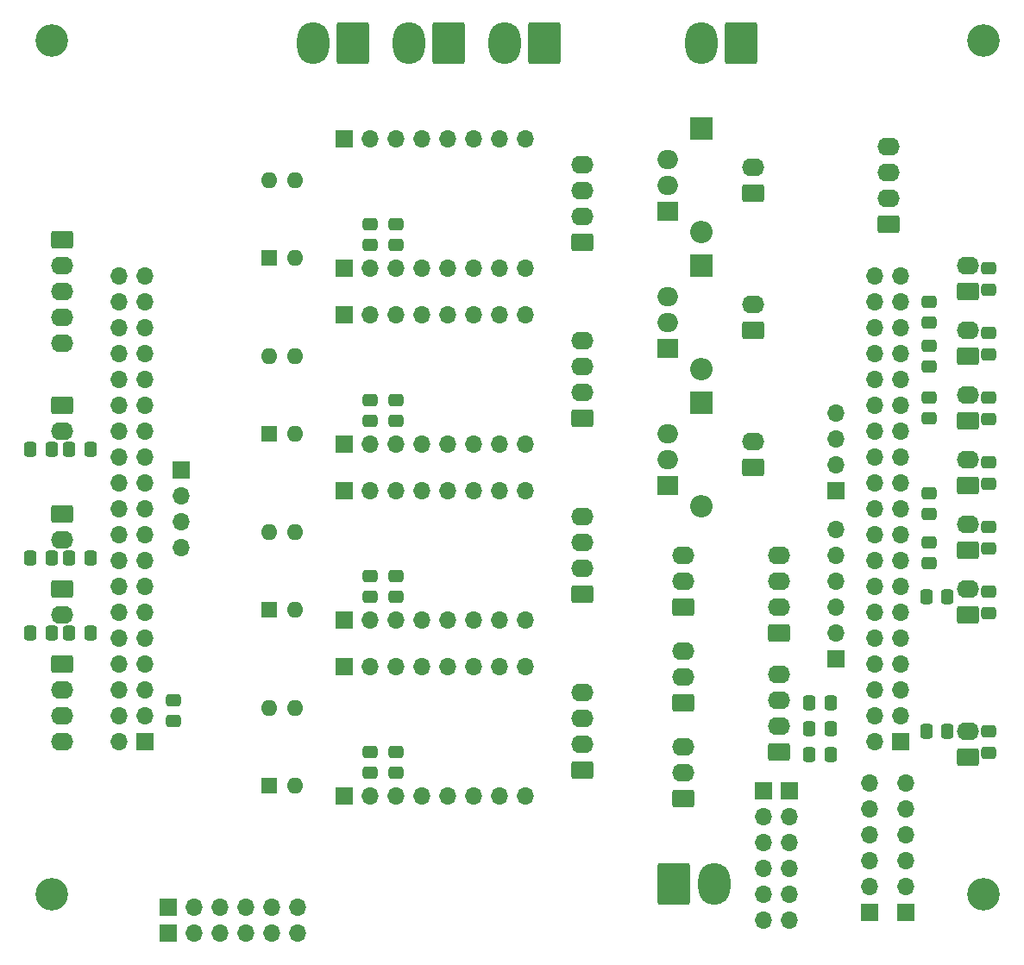
<source format=gbr>
%TF.GenerationSoftware,KiCad,Pcbnew,6.0.4-6f826c9f35~116~ubuntu21.10.1*%
%TF.CreationDate,2022-04-20T19:24:38+02:00*%
%TF.ProjectId,Interco_nucleo_4couches,496e7465-7263-46f5-9f6e-75636c656f5f,rev?*%
%TF.SameCoordinates,Original*%
%TF.FileFunction,Soldermask,Bot*%
%TF.FilePolarity,Negative*%
%FSLAX46Y46*%
G04 Gerber Fmt 4.6, Leading zero omitted, Abs format (unit mm)*
G04 Created by KiCad (PCBNEW 6.0.4-6f826c9f35~116~ubuntu21.10.1) date 2022-04-20 19:24:38*
%MOMM*%
%LPD*%
G01*
G04 APERTURE LIST*
G04 Aperture macros list*
%AMRoundRect*
0 Rectangle with rounded corners*
0 $1 Rounding radius*
0 $2 $3 $4 $5 $6 $7 $8 $9 X,Y pos of 4 corners*
0 Add a 4 corners polygon primitive as box body*
4,1,4,$2,$3,$4,$5,$6,$7,$8,$9,$2,$3,0*
0 Add four circle primitives for the rounded corners*
1,1,$1+$1,$2,$3*
1,1,$1+$1,$4,$5*
1,1,$1+$1,$6,$7*
1,1,$1+$1,$8,$9*
0 Add four rect primitives between the rounded corners*
20,1,$1+$1,$2,$3,$4,$5,0*
20,1,$1+$1,$4,$5,$6,$7,0*
20,1,$1+$1,$6,$7,$8,$9,0*
20,1,$1+$1,$8,$9,$2,$3,0*%
G04 Aperture macros list end*
%ADD10O,1.700000X1.700000*%
%ADD11R,1.700000X1.700000*%
%ADD12RoundRect,0.250000X0.845000X-0.620000X0.845000X0.620000X-0.845000X0.620000X-0.845000X-0.620000X0*%
%ADD13O,2.190000X1.740000*%
%ADD14RoundRect,0.250000X-0.845000X0.620000X-0.845000X-0.620000X0.845000X-0.620000X0.845000X0.620000X0*%
%ADD15RoundRect,0.250000X-1.330000X-1.800000X1.330000X-1.800000X1.330000X1.800000X-1.330000X1.800000X0*%
%ADD16O,3.160000X4.100000*%
%ADD17R,2.200000X2.200000*%
%ADD18O,2.200000X2.200000*%
%ADD19R,1.600000X1.600000*%
%ADD20O,1.600000X1.600000*%
%ADD21C,3.200000*%
%ADD22RoundRect,0.250000X1.330000X1.800000X-1.330000X1.800000X-1.330000X-1.800000X1.330000X-1.800000X0*%
%ADD23R,2.000000X1.905000*%
%ADD24O,2.000000X1.905000*%
%ADD25RoundRect,0.250000X-0.337500X-0.475000X0.337500X-0.475000X0.337500X0.475000X-0.337500X0.475000X0*%
%ADD26RoundRect,0.250000X0.475000X-0.337500X0.475000X0.337500X-0.475000X0.337500X-0.475000X-0.337500X0*%
%ADD27RoundRect,0.250000X0.337500X0.475000X-0.337500X0.475000X-0.337500X-0.475000X0.337500X-0.475000X0*%
G04 APERTURE END LIST*
D10*
%TO.C,J54*%
X61976000Y-131826000D03*
X59436000Y-131826000D03*
X56896000Y-131826000D03*
X54356000Y-131826000D03*
X51816000Y-131826000D03*
D11*
X49276000Y-131826000D03*
%TD*%
D10*
%TO.C,J53*%
X61976000Y-129286000D03*
X59436000Y-129286000D03*
X56896000Y-129286000D03*
X54356000Y-129286000D03*
X51816000Y-129286000D03*
D11*
X49276000Y-129286000D03*
%TD*%
%TO.C,J28*%
X121666000Y-129794000D03*
D10*
X121666000Y-127254000D03*
X121666000Y-124714000D03*
X121666000Y-122174000D03*
X121666000Y-119634000D03*
X121666000Y-117094000D03*
%TD*%
D11*
%TO.C,U12*%
X66548000Y-83820000D03*
D10*
X69088000Y-83820000D03*
X71628000Y-83820000D03*
X74168000Y-83820000D03*
X76708000Y-83820000D03*
X79248000Y-83820000D03*
X81788000Y-83820000D03*
X84328000Y-83820000D03*
X84328000Y-71120000D03*
X81788000Y-71120000D03*
X79248000Y-71120000D03*
X76708000Y-71120000D03*
X74168000Y-71120000D03*
X71628000Y-71120000D03*
X69088000Y-71120000D03*
D11*
X66548000Y-71120000D03*
%TD*%
D12*
%TO.C,J34*%
X127762000Y-94234000D03*
D13*
X127762000Y-91694000D03*
%TD*%
D14*
%TO.C,J41*%
X38862000Y-90678000D03*
D13*
X38862000Y-93218000D03*
%TD*%
D15*
%TO.C,J52*%
X98910000Y-127000000D03*
D16*
X102870000Y-127000000D03*
%TD*%
D17*
%TO.C,D22*%
X101600000Y-52832000D03*
D18*
X101600000Y-62992000D03*
%TD*%
D12*
%TO.C,J12*%
X89916000Y-81280000D03*
D13*
X89916000Y-78740000D03*
X89916000Y-76200000D03*
X89916000Y-73660000D03*
%TD*%
D19*
%TO.C,SW20*%
X59182000Y-65532000D03*
D20*
X61722000Y-65532000D03*
X61722000Y-57912000D03*
X59182000Y-57912000D03*
%TD*%
D17*
%TO.C,D20*%
X101600000Y-66294000D03*
D18*
X101600000Y-76454000D03*
%TD*%
D12*
%TO.C,J24*%
X106680000Y-86106000D03*
D13*
X106680000Y-83566000D03*
%TD*%
D21*
%TO.C,H2*%
X37846000Y-44196000D03*
%TD*%
D14*
%TO.C,J43*%
X38862000Y-98044000D03*
D13*
X38862000Y-100584000D03*
%TD*%
D21*
%TO.C,H0*%
X129286000Y-128016000D03*
%TD*%
D11*
%TO.C,J29*%
X118110000Y-129794000D03*
D10*
X118110000Y-127254000D03*
X118110000Y-124714000D03*
X118110000Y-122174000D03*
X118110000Y-119634000D03*
X118110000Y-117094000D03*
%TD*%
D22*
%TO.C,J500*%
X76858000Y-44450000D03*
D16*
X72898000Y-44450000D03*
%TD*%
D23*
%TO.C,Q21*%
X98298000Y-87884000D03*
D24*
X98298000Y-85344000D03*
X98298000Y-82804000D03*
%TD*%
D12*
%TO.C,J22*%
X99822000Y-118618000D03*
D13*
X99822000Y-116078000D03*
X99822000Y-113538000D03*
%TD*%
D12*
%TO.C,J21*%
X99822000Y-109220000D03*
D13*
X99822000Y-106680000D03*
X99822000Y-104140000D03*
%TD*%
D11*
%TO.C,U20*%
X66548000Y-66548000D03*
D10*
X69088000Y-66548000D03*
X71628000Y-66548000D03*
X74168000Y-66548000D03*
X76708000Y-66548000D03*
X79248000Y-66548000D03*
X81788000Y-66548000D03*
X84328000Y-66548000D03*
X84328000Y-53848000D03*
X81788000Y-53848000D03*
X79248000Y-53848000D03*
X76708000Y-53848000D03*
X74168000Y-53848000D03*
X71628000Y-53848000D03*
X69088000Y-53848000D03*
D11*
X66548000Y-53848000D03*
%TD*%
D12*
%TO.C,J36*%
X120015000Y-62230000D03*
D13*
X120015000Y-59690000D03*
X120015000Y-57150000D03*
X120015000Y-54610000D03*
%TD*%
D14*
%TO.C,J26*%
X38862000Y-63754000D03*
D13*
X38862000Y-66294000D03*
X38862000Y-68834000D03*
X38862000Y-71374000D03*
X38862000Y-73914000D03*
%TD*%
D12*
%TO.C,J25*%
X106680000Y-59182000D03*
D13*
X106680000Y-56642000D03*
%TD*%
D11*
%TO.C,J03*%
X50546000Y-86360000D03*
D10*
X50546000Y-88900000D03*
X50546000Y-91440000D03*
X50546000Y-93980000D03*
%TD*%
D21*
%TO.C,H1*%
X129286000Y-44196000D03*
%TD*%
%TO.C,H3*%
X37846000Y-128016000D03*
%TD*%
D12*
%TO.C,J11*%
X89916000Y-98552000D03*
D13*
X89916000Y-96012000D03*
X89916000Y-93472000D03*
X89916000Y-90932000D03*
%TD*%
D19*
%TO.C,SW12*%
X59182000Y-82804000D03*
D20*
X61722000Y-82804000D03*
X61722000Y-75184000D03*
X59182000Y-75184000D03*
%TD*%
D12*
%TO.C,J23*%
X106680000Y-72644000D03*
D13*
X106680000Y-70104000D03*
%TD*%
D19*
%TO.C,SW10*%
X59182000Y-117348000D03*
D20*
X61722000Y-117348000D03*
X61722000Y-109728000D03*
X59182000Y-109728000D03*
%TD*%
D14*
%TO.C,J40*%
X38862000Y-80010000D03*
D13*
X38862000Y-82550000D03*
%TD*%
D22*
%TO.C,J502*%
X67460000Y-44450000D03*
D16*
X63500000Y-44450000D03*
%TD*%
D12*
%TO.C,J32*%
X127762000Y-81534000D03*
D13*
X127762000Y-78994000D03*
%TD*%
D12*
%TO.C,J33*%
X127762000Y-87884000D03*
D13*
X127762000Y-85344000D03*
%TD*%
D12*
%TO.C,J42*%
X127762000Y-114554000D03*
D13*
X127762000Y-112014000D03*
%TD*%
D11*
%TO.C,J60*%
X107696000Y-117856000D03*
D10*
X107696000Y-120396000D03*
X107696000Y-122936000D03*
X107696000Y-125476000D03*
X107696000Y-128016000D03*
X107696000Y-130556000D03*
%TD*%
D22*
%TO.C,J51*%
X105560000Y-44450000D03*
D16*
X101600000Y-44450000D03*
%TD*%
D22*
%TO.C,J501*%
X86256000Y-44450000D03*
D16*
X82296000Y-44450000D03*
%TD*%
D11*
%TO.C,J39*%
X114808000Y-104902000D03*
D10*
X114808000Y-102362000D03*
X114808000Y-99822000D03*
X114808000Y-97282000D03*
X114808000Y-94742000D03*
X114808000Y-92202000D03*
%TD*%
D17*
%TO.C,D21*%
X101600000Y-79756000D03*
D18*
X101600000Y-89916000D03*
%TD*%
D11*
%TO.C,J04*%
X114808000Y-88392000D03*
D10*
X114808000Y-85852000D03*
X114808000Y-83312000D03*
X114808000Y-80772000D03*
%TD*%
D12*
%TO.C,D40*%
X109220000Y-114046000D03*
D13*
X109220000Y-111506000D03*
X109220000Y-108966000D03*
X109220000Y-106426000D03*
%TD*%
D11*
%TO.C,U11*%
X66548000Y-101092000D03*
D10*
X69088000Y-101092000D03*
X71628000Y-101092000D03*
X74168000Y-101092000D03*
X76708000Y-101092000D03*
X79248000Y-101092000D03*
X81788000Y-101092000D03*
X84328000Y-101092000D03*
X84328000Y-88392000D03*
X81788000Y-88392000D03*
X79248000Y-88392000D03*
X76708000Y-88392000D03*
X74168000Y-88392000D03*
X71628000Y-88392000D03*
X69088000Y-88392000D03*
D11*
X66548000Y-88392000D03*
%TD*%
D14*
%TO.C,J38*%
X38862000Y-105410000D03*
D13*
X38862000Y-107950000D03*
X38862000Y-110490000D03*
X38862000Y-113030000D03*
%TD*%
D12*
%TO.C,J31*%
X127762000Y-75184000D03*
D13*
X127762000Y-72644000D03*
%TD*%
D12*
%TO.C,J20*%
X99822000Y-99822000D03*
D13*
X99822000Y-97282000D03*
X99822000Y-94742000D03*
%TD*%
D12*
%TO.C,J30*%
X127762000Y-68834000D03*
D13*
X127762000Y-66294000D03*
%TD*%
D12*
%TO.C,J35*%
X127762000Y-100584000D03*
D13*
X127762000Y-98044000D03*
%TD*%
D12*
%TO.C,J27*%
X89916000Y-64008000D03*
D13*
X89916000Y-61468000D03*
X89916000Y-58928000D03*
X89916000Y-56388000D03*
%TD*%
D23*
%TO.C,Q20*%
X98298000Y-74422000D03*
D24*
X98298000Y-71882000D03*
X98298000Y-69342000D03*
%TD*%
D12*
%TO.C,J37*%
X109220000Y-102362000D03*
D13*
X109220000Y-99822000D03*
X109220000Y-97282000D03*
X109220000Y-94742000D03*
%TD*%
D19*
%TO.C,SW11*%
X59182000Y-100076000D03*
D20*
X61722000Y-100076000D03*
X61722000Y-92456000D03*
X59182000Y-92456000D03*
%TD*%
D11*
%TO.C,U10*%
X66548000Y-118364000D03*
D10*
X69088000Y-118364000D03*
X71628000Y-118364000D03*
X74168000Y-118364000D03*
X76708000Y-118364000D03*
X79248000Y-118364000D03*
X81788000Y-118364000D03*
X84328000Y-118364000D03*
X84328000Y-105664000D03*
X81788000Y-105664000D03*
X79248000Y-105664000D03*
X76708000Y-105664000D03*
X74168000Y-105664000D03*
X71628000Y-105664000D03*
X69088000Y-105664000D03*
D11*
X66548000Y-105664000D03*
%TD*%
%TO.C,J61*%
X110236000Y-117856000D03*
D10*
X110236000Y-120396000D03*
X110236000Y-122936000D03*
X110236000Y-125476000D03*
X110236000Y-128016000D03*
X110236000Y-130556000D03*
%TD*%
D23*
%TO.C,Q22*%
X98298000Y-60960000D03*
D24*
X98298000Y-58420000D03*
X98298000Y-55880000D03*
%TD*%
D12*
%TO.C,J10*%
X89916000Y-115824000D03*
D13*
X89916000Y-113284000D03*
X89916000Y-110744000D03*
X89916000Y-108204000D03*
%TD*%
D25*
%TO.C,R44*%
X123698000Y-112014000D03*
X125773000Y-112014000D03*
%TD*%
D26*
%TO.C,R33*%
X129794000Y-74973000D03*
X129794000Y-72898000D03*
%TD*%
%TO.C,R34*%
X123952000Y-81280000D03*
X123952000Y-79205000D03*
%TD*%
%TO.C,R32*%
X123952000Y-76200000D03*
X123952000Y-74125000D03*
%TD*%
D11*
%TO.C,J01*%
X46990000Y-113030000D03*
D10*
X44450000Y-113030000D03*
X46990000Y-110490000D03*
X44450000Y-110490000D03*
X46990000Y-107950000D03*
X44450000Y-107950000D03*
X46990000Y-105410000D03*
X44450000Y-105410000D03*
X46990000Y-102870000D03*
X44450000Y-102870000D03*
X46990000Y-100330000D03*
X44450000Y-100330000D03*
X46990000Y-97790000D03*
X44450000Y-97790000D03*
X46990000Y-95250000D03*
X44450000Y-95250000D03*
X46990000Y-92710000D03*
X44450000Y-92710000D03*
X46990000Y-90170000D03*
X44450000Y-90170000D03*
X46990000Y-87630000D03*
X44450000Y-87630000D03*
X46990000Y-85090000D03*
X44450000Y-85090000D03*
X46990000Y-82550000D03*
X44450000Y-82550000D03*
X46990000Y-80010000D03*
X44450000Y-80010000D03*
X46990000Y-77470000D03*
X44450000Y-77470000D03*
X46990000Y-74930000D03*
X44450000Y-74930000D03*
X46990000Y-72390000D03*
X44450000Y-72390000D03*
X46990000Y-69850000D03*
X44450000Y-69850000D03*
X46990000Y-67310000D03*
X44450000Y-67310000D03*
%TD*%
D27*
%TO.C,R48*%
X114300000Y-109220000D03*
X112225000Y-109220000D03*
%TD*%
D26*
%TO.C,R10*%
X71628000Y-116078000D03*
X71628000Y-114003000D03*
%TD*%
D27*
%TO.C,R46*%
X41656000Y-102362000D03*
X39581000Y-102362000D03*
%TD*%
D25*
%TO.C,R47*%
X35771000Y-102362000D03*
X37846000Y-102362000D03*
%TD*%
%TO.C,R310*%
X123698000Y-98806000D03*
X125773000Y-98806000D03*
%TD*%
D27*
%TO.C,R49*%
X114300000Y-111760000D03*
X112225000Y-111760000D03*
%TD*%
D26*
%TO.C,R21*%
X69088000Y-64262000D03*
X69088000Y-62187000D03*
%TD*%
%TO.C,R11*%
X69088000Y-116078000D03*
X69088000Y-114003000D03*
%TD*%
%TO.C,R16*%
X49784000Y-110998000D03*
X49784000Y-108923000D03*
%TD*%
%TO.C,R14*%
X71628000Y-81534000D03*
X71628000Y-79459000D03*
%TD*%
D25*
%TO.C,R43*%
X35771000Y-94996000D03*
X37846000Y-94996000D03*
%TD*%
D27*
%TO.C,R40*%
X41656000Y-84328000D03*
X39581000Y-84328000D03*
%TD*%
D26*
%TO.C,R13*%
X69088000Y-98806000D03*
X69088000Y-96731000D03*
%TD*%
D27*
%TO.C,R42*%
X41656000Y-94996000D03*
X39581000Y-94996000D03*
%TD*%
%TO.C,R410*%
X114300000Y-114300000D03*
X112225000Y-114300000D03*
%TD*%
D26*
%TO.C,R31*%
X129794000Y-68623000D03*
X129794000Y-66548000D03*
%TD*%
%TO.C,R36*%
X123952000Y-90678000D03*
X123952000Y-88603000D03*
%TD*%
%TO.C,R35*%
X129794000Y-81323000D03*
X129794000Y-79248000D03*
%TD*%
%TO.C,R15*%
X69088000Y-81534000D03*
X69088000Y-79459000D03*
%TD*%
%TO.C,R20*%
X71628000Y-64262000D03*
X71628000Y-62187000D03*
%TD*%
D11*
%TO.C,J02*%
X121158000Y-113030000D03*
D10*
X118618000Y-113030000D03*
X121158000Y-110490000D03*
X118618000Y-110490000D03*
X121158000Y-107950000D03*
X118618000Y-107950000D03*
X121158000Y-105410000D03*
X118618000Y-105410000D03*
X121158000Y-102870000D03*
X118618000Y-102870000D03*
X121158000Y-100330000D03*
X118618000Y-100330000D03*
X121158000Y-97790000D03*
X118618000Y-97790000D03*
X121158000Y-95250000D03*
X118618000Y-95250000D03*
X121158000Y-92710000D03*
X118618000Y-92710000D03*
X121158000Y-90170000D03*
X118618000Y-90170000D03*
X121158000Y-87630000D03*
X118618000Y-87630000D03*
X121158000Y-85090000D03*
X118618000Y-85090000D03*
X121158000Y-82550000D03*
X118618000Y-82550000D03*
X121158000Y-80010000D03*
X118618000Y-80010000D03*
X121158000Y-77470000D03*
X118618000Y-77470000D03*
X121158000Y-74930000D03*
X118618000Y-74930000D03*
X121158000Y-72390000D03*
X118618000Y-72390000D03*
X121158000Y-69850000D03*
X118618000Y-69850000D03*
X121158000Y-67310000D03*
X118618000Y-67310000D03*
%TD*%
D26*
%TO.C,R30*%
X123952000Y-71882000D03*
X123952000Y-69807000D03*
%TD*%
%TO.C,R37*%
X129794000Y-87673000D03*
X129794000Y-85598000D03*
%TD*%
D25*
%TO.C,R41*%
X35771000Y-84328000D03*
X37846000Y-84328000D03*
%TD*%
D26*
%TO.C,R39*%
X129794000Y-94023000D03*
X129794000Y-91948000D03*
%TD*%
%TO.C,R12*%
X71628000Y-98806000D03*
X71628000Y-96731000D03*
%TD*%
%TO.C,R45*%
X129794000Y-114089000D03*
X129794000Y-112014000D03*
%TD*%
%TO.C,R311*%
X129794000Y-100373000D03*
X129794000Y-98298000D03*
%TD*%
%TO.C,R38*%
X123952000Y-95504000D03*
X123952000Y-93429000D03*
%TD*%
M02*

</source>
